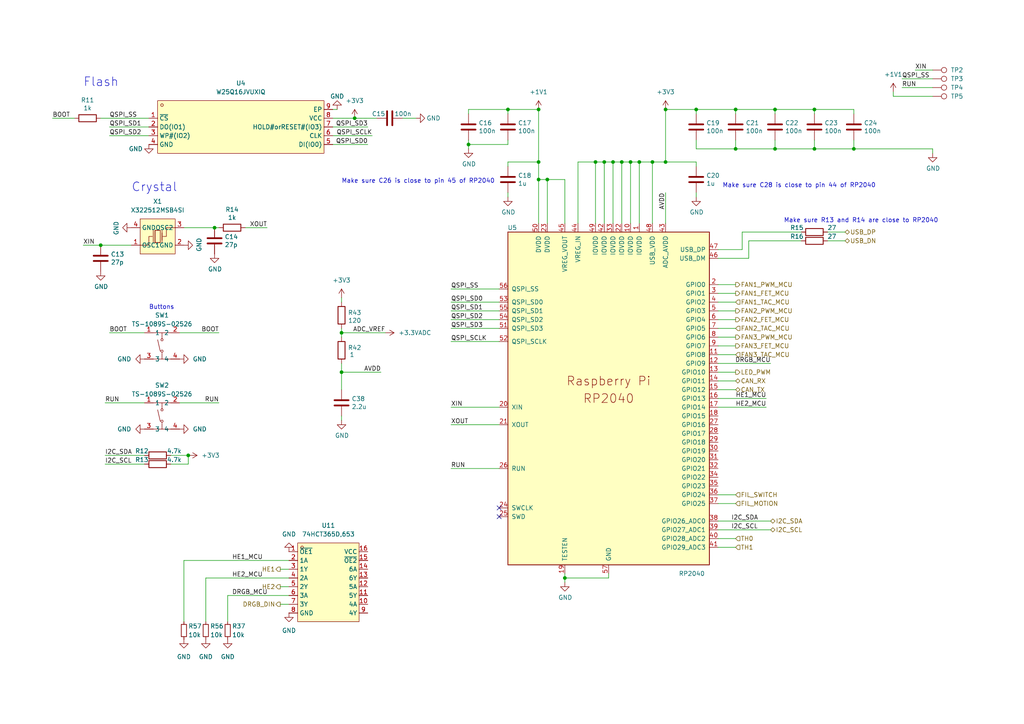
<source format=kicad_sch>
(kicad_sch (version 20250114) (generator "eeschema") (generator_version "9.0")
  (paper "A4")
  (lib_symbols
    (symbol "Connector:TestPoint" (pin_numbers (hide yes)) (pin_names (offset 0.762) (hide yes))
      (property "Reference" "TP" (at 0 6.858 0))
      (property "Value" "TestPoint" (at 0 5.08 0))
      (symbol "TestPoint_0_1"
        (circle (center 0 3.302) (radius 0.762))
      )
      (symbol "TestPoint_1_1"
        (pin passive line (at 0 0 90) (length 2.54) (name "1") (number "1"))
      )
    )
    (symbol "Device:C" (pin_numbers (hide yes)) (pin_names (offset 0.254))
      (property "Reference" "C" (at 0.635 2.54 0))
      (property "Value" "C" (at 0.635 -2.54 0))
      (symbol "C_0_1"
        (polyline (pts (xy -2.032 0.762) (xy 2.032 0.762)) (stroke (width 0.508)))
        (polyline (pts (xy -2.032 -0.762) (xy 2.032 -0.762)) (stroke (width 0.508)))
      )
      (symbol "C_1_1"
        (pin passive line (at 0 3.81 270) (length 2.794) (name "~") (number "1"))
        (pin passive line (at 0 -3.81 90) (length 2.794) (name "~") (number "2"))
      )
    )
    (symbol "Device:R" (pin_numbers (hide yes)) (pin_names (offset 0))
      (property "Reference" "R" (at 2.032 0 90))
      (property "Value" "R" (at 0 0 90))
      (symbol "R_0_1"
        (rectangle (start -1.016 -2.54) (end 1.016 2.54) (stroke (width 0.254)))
      )
      (symbol "R_1_1"
        (pin passive line (at 0 3.81 270) (length 1.27) (name "~") (number "1"))
        (pin passive line (at 0 -3.81 90) (length 1.27) (name "~") (number "2"))
      )
    )
    (symbol "Device:R_Small" (pin_numbers (hide yes)) (pin_names (offset 0.254) (hide yes))
      (property "Reference" "R" (at 0.762 0.508 0))
      (property "Value" "R_Small" (at 0.762 -1.016 0))
      (symbol "R_Small_0_1"
        (rectangle (start -0.762 1.778) (end 0.762 -1.778) (stroke (width 0.2032)))
      )
      (symbol "R_Small_1_1"
        (pin passive line (at 0 2.54 270) (length 0.762) (name "~") (number "1"))
        (pin passive line (at 0 -2.54 90) (length 0.762) (name "~") (number "2"))
      )
    )
    (symbol "GND_1" (power) (pin_numbers (hide yes)) (pin_names (offset 0) (hide yes))
      (property "Value" "GND" (at 0 -3.81 0))
      (symbol "GND_1_0_1"
        (polyline (pts (xy 0 0) (xy 0 -1.27) (xy 1.27 -1.27) (xy 0 -2.54) (xy -1.27 -1.27) (xy 0 -1.27)))
      )
      (symbol "GND_1_1_1"
        (pin power_in line (at 0 0 270) (length 0) (name "~") (number "1"))
      )
    )
    (symbol "LCSC:TS-1089S-02526"
      (property "Reference" "SW" (at 0 7.62 0))
      (property "Value" "TS-1089S-02526" (at 0 -10.16 0))
      (symbol "TS-1089S-02526_0_1"
        (polyline (pts (xy -2.54 2.54) (xy 2.54 2.54)))
        (polyline (pts (xy -2.54 -5.08) (xy 2.54 -5.08)))
        (polyline (pts (xy -0.51 -2.79) (xy -1.27 0.51)))
        (polyline (pts (xy 0 0.76) (xy 0 2.54)))
        (circle (center 0 0.51) (radius 0.32))
        (circle (center 0 -2.79) (radius 0.32))
        (polyline (pts (xy 0 -3.3) (xy 0 -5.08)))
        (pin unspecified line (at -5.08 2.54 0) (length 2.54) (name "1") (number "1"))
        (pin unspecified line (at -5.08 -5.08 0) (length 2.54) (name "3") (number "3"))
        (pin unspecified line (at 5.08 2.54 180) (length 2.54) (name "2") (number "2"))
        (pin unspecified line (at 5.08 -5.08 180) (length 2.54) (name "4") (number "4"))
      )
    )
    (symbol "LCSC:W25Q16JVUXIQ"
      (property "Reference" "U" (at 0 11.43 0))
      (property "Value" "W25Q16JVUXIQ" (at 0 -8.89 0))
      (symbol "W25Q16JVUXIQ_0_1"
        (rectangle (start -24.13 8.89) (end 24.13 -6.35) (fill (type background)))
        (circle (center -22.86 7.62) (radius 0.38))
        (pin unspecified line (at -26.67 3.81 0) (length 2.54) (name "~{CS}") (number "1"))
        (pin unspecified line (at -26.67 1.27 0) (length 2.54) (name "DO(IO1)") (number "2"))
        (pin unspecified line (at -26.67 -1.27 0) (length 2.54) (name "WP#(IO2)") (number "3"))
        (pin unspecified line (at -26.67 -3.81 0) (length 2.54) (name "GND") (number "4"))
        (pin unspecified line (at 26.67 6.35 180) (length 2.54) (name "EP") (number "9"))
        (pin unspecified line (at 26.67 3.81 180) (length 2.54) (name "VCC") (number "8"))
        (pin unspecified line (at 26.67 1.27 180) (length 2.54) (name "HOLD#orRESET#(IO3)") (number "7"))
        (pin unspecified line (at 26.67 -1.27 180) (length 2.54) (name "CLK") (number "6"))
        (pin unspecified line (at 26.67 -3.81 180) (length 2.54) (name "DI(IO0)") (number "5"))
      )
    )
    (symbol "LCSC:X322512MSB4SI"
      (property "Reference" "X" (at 0 7.62 0))
      (property "Value" "X322512MSB4SI" (at 0 -7.62 0))
      (symbol "X322512MSB4SI_0_1"
        (rectangle (start -5.08 5.08) (end 5.08 -5.08) (fill (type background)))
        (polyline (pts (xy -5.08 -2.54) (xy -2.54 -2.54) (xy -2.54 0) (xy -1.52 0)))
        (polyline (pts (xy -1.27 -1.02) (xy -1.27 1.02)))
        (polyline (pts (xy -1.27 -1.78) (xy -1.27 1.78)))
        (polyline (pts (xy -0.76 -1.78) (xy -0.76 1.78) (xy 0.76 1.78) (xy 0.76 -1.78)))
        (polyline (pts (xy 0.76 1.78) (xy 0.76 -1.78) (xy -0.76 -1.78) (xy -0.76 1.78) (xy 0.76 1.78)) (fill (type background)))
        (polyline (pts (xy 0.76 -1.78) (xy -0.76 -1.78)))
        (polyline (pts (xy 1.27 -1.02) (xy 1.27 1.02)))
        (polyline (pts (xy 1.27 -1.78) (xy 1.27 1.78)))
        (polyline (pts (xy 5.08 2.54) (xy 2.54 2.54) (xy 2.54 0) (xy 1.52 0)))
        (pin unspecified line (at -7.62 2.54 0) (length 2.54) (name "GND") (number "4"))
        (pin unspecified line (at -7.62 -2.54 0) (length 2.54) (name "OSC1") (number "1"))
        (pin unspecified line (at 7.62 2.54 180) (length 2.54) (name "OSC2") (number "3"))
        (pin unspecified line (at 7.62 -2.54 180) (length 2.54) (name "GND") (number "2"))
      )
    )
    (symbol "MCU_RaspberryPi_RP2040:RP2040" (pin_names (offset 1.016))
      (property "Reference" "U" (at -29.21 49.53 0))
      (property "Value" "RP2040" (at 24.13 -49.53 0))
      (symbol "RP2040_0_0"
        (text "Raspberry Pi" (at 0 5.08 0) (effects (font (size 2.54 2.54))))
        (text "RP2040" (at 0 0 0) (effects (font (size 2.54 2.54))))
      )
      (symbol "RP2040_0_1"
        (rectangle (start 29.21 48.26) (end -29.21 -48.26) (stroke (width 0.254)) (fill (type background)))
      )
      (symbol "RP2040_1_1"
        (pin bidirectional line (at -31.75 31.75 0) (length 2.54) (name "QSPI_SS") (number "56"))
        (pin bidirectional line (at -31.75 27.94 0) (length 2.54) (name "QSPI_SD0") (number "53"))
        (pin bidirectional line (at -31.75 25.4 0) (length 2.54) (name "QSPI_SD1") (number "55"))
        (pin bidirectional line (at -31.75 22.86 0) (length 2.54) (name "QSPI_SD2") (number "54"))
        (pin bidirectional line (at -31.75 20.32 0) (length 2.54) (name "QSPI_SD3") (number "51"))
        (pin output line (at -31.75 16.51 0) (length 2.54) (name "QSPI_SCLK") (number "52"))
        (pin input line (at -31.75 -2.54 0) (length 2.54) (name "XIN") (number "20"))
        (pin passive line (at -31.75 -7.62 0) (length 2.54) (name "XOUT") (number "21"))
        (pin input line (at -31.75 -20.32 0) (length 2.54) (name "RUN") (number "26"))
        (pin output line (at -31.75 -31.75 0) (length 2.54) (name "SWCLK") (number "24"))
        (pin bidirectional line (at -31.75 -34.29 0) (length 2.54) (name "SWD") (number "25"))
        (pin power_in line (at -20.32 50.8 270) (length 2.54) (name "DVDD") (number "50"))
        (pin power_in line (at -17.78 50.8 270) (length 2.54) (name "DVDD") (number "23"))
        (pin power_out line (at -12.7 50.8 270) (length 2.54) (name "VREG_VOUT") (number "45"))
        (pin passive line (at -12.7 -50.8 90) (length 2.54) (name "TESTEN") (number "19"))
        (pin power_in line (at -8.89 50.8 270) (length 2.54) (name "VREG_IN") (number "44"))
        (pin power_in line (at -3.81 50.8 270) (length 2.54) (name "IOVDD") (number "49"))
        (pin power_in line (at -1.27 50.8 270) (length 2.54) (name "IOVDD") (number "42"))
        (pin power_in line (at 0 -50.8 90) (length 2.54) (name "GND") (number "57"))
        (pin power_in line (at 1.27 50.8 270) (length 2.54) (name "IOVDD") (number "33"))
        (pin power_in line (at 3.81 50.8 270) (length 2.54) (name "IOVDD") (number "22"))
        (pin power_in line (at 6.35 50.8 270) (length 2.54) (name "IOVDD") (number "10"))
        (pin power_in line (at 8.89 50.8 270) (length 2.54) (name "IOVDD") (number "1"))
        (pin power_in line (at 12.7 50.8 270) (length 2.54) (name "USB_VDD") (number "48"))
        (pin power_in line (at 16.51 50.8 270) (length 2.54) (name "ADC_AVDD") (number "43"))
        (pin bidirectional line (at 31.75 43.18 180) (length 2.54) (name "USB_DP") (number "47"))
        (pin bidirectional line (at 31.75 40.64 180) (length 2.54) (name "USB_DM") (number "46"))
        (pin bidirectional line (at 31.75 33.02 180) (length 2.54) (name "GPIO0") (number "2"))
        (pin bidirectional line (at 31.75 30.48 180) (length 2.54) (name "GPIO1") (number "3"))
        (pin bidirectional line (at 31.75 27.94 180) (length 2.54) (name "GPIO2") (number "4"))
        (pin bidirectional line (at 31.75 25.4 180) (length 2.54) (name "GPIO3") (number "5"))
        (pin bidirectional line (at 31.75 22.86 180) (length 2.54) (name "GPIO4") (number "6"))
        (pin bidirectional line (at 31.75 20.32 180) (length 2.54) (name "GPIO5") (number "7"))
        (pin bidirectional line (at 31.75 17.78 180) (length 2.54) (name "GPIO6") (number "8"))
        (pin bidirectional line (at 31.75 15.24 180) (length 2.54) (name "GPIO7") (number "9"))
        (pin bidirectional line (at 31.75 12.7 180) (length 2.54) (name "GPIO8") (number "11"))
        (pin bidirectional line (at 31.75 10.16 180) (length 2.54) (name "GPIO9") (number "12"))
        (pin bidirectional line (at 31.75 7.62 180) (length 2.54) (name "GPIO10") (number "13"))
        (pin bidirectional line (at 31.75 5.08 180) (length 2.54) (name "GPIO11") (number "14"))
        (pin bidirectional line (at 31.75 2.54 180) (length 2.54) (name "GPIO12") (number "15"))
        (pin bidirectional line (at 31.75 0 180) (length 2.54) (name "GPIO13") (number "16"))
        (pin bidirectional line (at 31.75 -2.54 180) (length 2.54) (name "GPIO14") (number "17"))
        (pin bidirectional line (at 31.75 -5.08 180) (length 2.54) (name "GPIO15") (number "18"))
        (pin bidirectional line (at 31.75 -7.62 180) (length 2.54) (name "GPIO16") (number "27"))
        (pin bidirectional line (at 31.75 -10.16 180) (length 2.54) (name "GPIO17") (number "28"))
        (pin bidirectional line (at 31.75 -12.7 180) (length 2.54) (name "GPIO18") (number "29"))
        (pin bidirectional line (at 31.75 -15.24 180) (length 2.54) (name "GPIO19") (number "30"))
        (pin bidirectional line (at 31.75 -17.78 180) (length 2.54) (name "GPIO20") (number "31"))
        (pin bidirectional line (at 31.75 -20.32 180) (length 2.54) (name "GPIO21") (number "32"))
        (pin bidirectional line (at 31.75 -22.86 180) (length 2.54) (name "GPIO22") (number "34"))
        (pin bidirectional line (at 31.75 -25.4 180) (length 2.54) (name "GPIO23") (number "35"))
        (pin bidirectional line (at 31.75 -27.94 180) (length 2.54) (name "GPIO24") (number "36"))
        (pin bidirectional line (at 31.75 -30.48 180) (length 2.54) (name "GPIO25") (number "37"))
        (pin bidirectional line (at 31.75 -35.56 180) (length 2.54) (name "GPIO26_ADC0") (number "38"))
        (pin bidirectional line (at 31.75 -38.1 180) (length 2.54) (name "GPIO27_ADC1") (number "39"))
        (pin bidirectional line (at 31.75 -40.64 180) (length 2.54) (name "GPIO28_ADC2") (number "40"))
        (pin bidirectional line (at 31.75 -43.18 180) (length 2.54) (name "GPIO29_ADC3") (number "41"))
      )
    )
    (symbol "easyeda2kicad:74HCT365D,653"
      (property "Reference" "U" (at 0 13.97 0))
      (property "Value" "74HCT365D,653" (at 0 -13.97 0))
      (symbol "74HCT365D,653_0_1"
        (rectangle (start -8.89 11.43) (end 8.89 -11.43) (fill (type background)))
        (circle (center -7.62 10.16) (radius 0.38))
        (pin unspecified line (at -11.43 8.89 0) (length 2.54) (name "~{OE1}") (number "1"))
        (pin unspecified line (at -11.43 6.35 0) (length 2.54) (name "1A") (number "2"))
        (pin unspecified line (at -11.43 3.81 0) (length 2.54) (name "1Y") (number "3"))
        (pin unspecified line (at -11.43 1.27 0) (length 2.54) (name "2A") (number "4"))
        (pin unspecified line (at -11.43 -1.27 0) (length 2.54) (name "2Y") (number "5"))
        (pin unspecified line (at -11.43 -3.81 0) (length 2.54) (name "3A") (number "6"))
        (pin unspecified line (at -11.43 -6.35 0) (length 2.54) (name "3Y") (number "7"))
        (pin unspecified line (at -11.43 -8.89 0) (length 2.54) (name "GND") (number "8"))
        (pin unspecified line (at 11.43 8.89 180) (length 2.54) (name "VCC") (number "16"))
        (pin unspecified line (at 11.43 6.35 180) (length 2.54) (name "~{OE2}") (number "15"))
        (pin unspecified line (at 11.43 3.81 180) (length 2.54) (name "6A") (number "14"))
        (pin unspecified line (at 11.43 1.27 180) (length 2.54) (name "6Y") (number "13"))
        (pin unspecified line (at 11.43 -1.27 180) (length 2.54) (name "5A") (number "12"))
        (pin unspecified line (at 11.43 -3.81 180) (length 2.54) (name "5Y") (number "11"))
        (pin unspecified line (at 11.43 -6.35 180) (length 2.54) (name "4A") (number "10"))
        (pin unspecified line (at 11.43 -8.89 180) (length 2.54) (name "4Y") (number "9"))
      )
    )
    (symbol "power:+1V1" (power) (pin_names (offset 0))
      (property "Value" "+1V1" (at 0 3.556 0))
      (symbol "+1V1_0_1"
        (polyline (pts (xy -0.762 1.27) (xy 0 2.54)))
        (polyline (pts (xy 0 2.54) (xy 0.762 1.27)))
        (polyline (pts (xy 0 0) (xy 0 2.54)))
      )
      (symbol "+1V1_1_1"
        (pin power_in line (at 0 0 90) (length 0) (hide yes) (name "+1V1") (number "1"))
      )
    )
    (symbol "power:+3.3VADC" (power) (pin_numbers (hide yes)) (pin_names (offset 0) (hide yes))
      (property "Value" "+3.3VADC" (at 0 3.556 0))
      (symbol "+3.3VADC_0_0"
        (pin power_in line (at 0 0 90) (length 0) (name "~") (number "1"))
      )
      (symbol "+3.3VADC_0_1"
        (polyline (pts (xy -0.762 1.27) (xy 0 2.54)))
        (polyline (pts (xy 0 2.54) (xy 0.762 1.27)))
        (polyline (pts (xy 0 0) (xy 0 2.54)))
      )
    )
    (symbol "power:+3V3" (power) (pin_names (offset 0))
      (property "Value" "+3V3" (at 0 3.556 0))
      (symbol "+3V3_0_1"
        (polyline (pts (xy -0.762 1.27) (xy 0 2.54)))
        (polyline (pts (xy 0 2.54) (xy 0.762 1.27)))
        (polyline (pts (xy 0 0) (xy 0 2.54)))
      )
      (symbol "+3V3_1_1"
        (pin power_in line (at 0 0 90) (length 0) (hide yes) (name "+3V3") (number "1"))
      )
    )
    (symbol "power:GND" (power) (pin_names (offset 0))
      (property "Value" "GND" (at 0 -3.81 0))
      (symbol "GND_0_1"
        (polyline (pts (xy 0 0) (xy 0 -1.27) (xy 1.27 -1.27) (xy 0 -2.54) (xy -1.27 -1.27) (xy 0 -1.27)))
      )
      (symbol "GND_1_1"
        (pin power_in line (at 0 0 270) (length 0) (hide yes) (name "GND") (number "1"))
      )
    )
  )
  (text "Make sure R13 and R14 are close to RP2040" (at 227.33 64.77 0) (effects (font (size 1.27 1.27)) (justify left bottom)))
  (text "Buttons" (at 43.18 89.916 0) (effects (font (size 1.27 1.27)) (justify left bottom)))
  (text "Flash" (at 24.13 25.4 0) (effects (font (size 2.54 2.54)) (justify left bottom)))
  (text "Make sure C28 is close to pin 44 of RP2040" (at 209.55 54.61 0) (effects (font (size 1.27 1.27)) (justify left bottom)))
  (text "Make sure C26 is close to pin 45 of RP2040" (at 99.06 53.34 0) (effects (font (size 1.27 1.27)) (justify left bottom)))
  (text "Crystal" (at 38.1 55.88 0) (effects (font (size 2.54 2.54)) (justify left bottom)))
  (junction (at 182.88 46.99))
  (junction (at 147.32 31.75))
  (junction (at 156.21 52.07))
  (junction (at 189.23 46.99))
  (junction (at 177.8 46.99))
  (junction (at 99.06 107.95))
  (junction (at 224.79 43.18))
  (junction (at 236.22 31.75))
  (junction (at 158.75 52.07))
  (junction (at 224.79 31.75))
  (junction (at 135.89 41.91))
  (junction (at 201.93 31.75))
  (junction (at 247.65 43.18))
  (junction (at 156.21 46.99))
  (junction (at 54.61 132.08))
  (junction (at 213.36 31.75))
  (junction (at 185.42 46.99))
  (junction (at 180.34 46.99))
  (junction (at 156.21 31.75))
  (junction (at 172.72 46.99))
  (junction (at 99.06 96.52))
  (junction (at 62.23 66.04))
  (junction (at 102.87 34.29))
  (junction (at 193.04 46.99))
  (junction (at 213.36 43.18))
  (junction (at 193.04 31.75))
  (junction (at 29.21 71.12))
  (junction (at 236.22 43.18))
  (junction (at 175.26 46.99))
  (junction (at 163.83 167.64))
  (no_connect (at 144.78 149.86))
  (no_connect (at 144.78 147.32))
  (wire (pts (xy 167.64 64.77) (xy 167.64 46.99)))
  (wire (pts (xy 201.93 40.64) (xy 201.93 43.18)))
  (wire (pts (xy 208.28 151.13) (xy 223.52 151.13)))
  (wire (pts (xy 135.89 33.02) (xy 135.89 31.75)))
  (wire (pts (xy 147.32 46.99) (xy 156.21 46.99)))
  (wire (pts (xy 208.28 143.51) (xy 213.36 143.51)))
  (wire (pts (xy 201.93 55.88) (xy 201.93 57.15)))
  (wire (pts (xy 163.83 167.64) (xy 163.83 168.91)))
  (wire (pts (xy 247.65 33.02) (xy 247.65 31.75)))
  (wire (pts (xy 213.36 40.64) (xy 213.36 43.18)))
  (wire (pts (xy 208.28 82.55) (xy 213.36 82.55)))
  (wire (pts (xy 193.04 55.88) (xy 193.04 64.77)))
  (wire (pts (xy 158.75 64.77) (xy 158.75 52.07)))
  (wire (pts (xy 208.28 87.63) (xy 213.36 87.63)))
  (wire (pts (xy 167.64 46.99) (xy 172.72 46.99)))
  (wire (pts (xy 31.75 36.83) (xy 43.18 36.83)))
  (wire (pts (xy 99.06 97.79) (xy 99.06 96.52)))
  (wire (pts (xy 217.17 69.85) (xy 217.17 74.93)))
  (wire (pts (xy 180.34 46.99) (xy 180.34 64.77)))
  (wire (pts (xy 240.03 69.85) (xy 245.11 69.85)))
  (wire (pts (xy 66.04 180.34) (xy 66.04 172.72)))
  (wire (pts (xy 156.21 52.07) (xy 156.21 64.77)))
  (wire (pts (xy 177.8 46.99) (xy 180.34 46.99)))
  (wire (pts (xy 96.52 36.83) (xy 106.68 36.83)))
  (wire (pts (xy 99.06 107.95) (xy 99.06 113.03)))
  (wire (pts (xy 147.32 41.91) (xy 147.32 40.64)))
  (wire (pts (xy 185.42 46.99) (xy 189.23 46.99)))
  (wire (pts (xy 208.28 105.41) (xy 223.52 105.41)))
  (wire (pts (xy 224.79 40.64) (xy 224.79 43.18)))
  (wire (pts (xy 49.53 134.62) (xy 54.61 134.62)))
  (wire (pts (xy 96.52 31.75) (xy 97.79 31.75)))
  (wire (pts (xy 130.81 95.25) (xy 144.78 95.25)))
  (wire (pts (xy 52.07 96.52) (xy 63.5 96.52)))
  (wire (pts (xy 175.26 46.99) (xy 177.8 46.99)))
  (wire (pts (xy 66.04 172.72) (xy 83.82 172.72)))
  (wire (pts (xy 193.04 31.75) (xy 201.93 31.75)))
  (wire (pts (xy 208.28 97.79) (xy 213.36 97.79)))
  (wire (pts (xy 176.53 167.64) (xy 163.83 167.64)))
  (wire (pts (xy 224.79 31.75) (xy 236.22 31.75)))
  (wire (pts (xy 217.17 74.93) (xy 208.28 74.93)))
  (wire (pts (xy 135.89 41.91) (xy 135.89 43.18)))
  (wire (pts (xy 201.93 31.75) (xy 213.36 31.75)))
  (wire (pts (xy 182.88 46.99) (xy 182.88 64.77)))
  (wire (pts (xy 158.75 52.07) (xy 156.21 52.07)))
  (wire (pts (xy 31.75 96.52) (xy 41.91 96.52)))
  (wire (pts (xy 180.34 46.99) (xy 182.88 46.99)))
  (wire (pts (xy 156.21 46.99) (xy 156.21 52.07)))
  (wire (pts (xy 147.32 55.88) (xy 147.32 57.15)))
  (wire (pts (xy 53.34 180.34) (xy 53.34 162.56)))
  (wire (pts (xy 193.04 31.75) (xy 193.04 46.99)))
  (wire (pts (xy 62.23 66.04) (xy 63.5 66.04)))
  (wire (pts (xy 208.28 90.17) (xy 213.36 90.17)))
  (wire (pts (xy 224.79 43.18) (xy 213.36 43.18)))
  (wire (pts (xy 261.62 25.4) (xy 270.51 25.4)))
  (wire (pts (xy 144.78 99.06) (xy 130.81 99.06)))
  (wire (pts (xy 177.8 46.99) (xy 177.8 64.77)))
  (wire (pts (xy 208.28 156.21) (xy 213.36 156.21)))
  (wire (pts (xy 172.72 46.99) (xy 175.26 46.99)))
  (wire (pts (xy 208.28 113.03) (xy 213.36 113.03)))
  (wire (pts (xy 163.83 64.77) (xy 163.83 52.07)))
  (wire (pts (xy 24.13 71.12) (xy 29.21 71.12)))
  (wire (pts (xy 116.84 34.29) (xy 120.65 34.29)))
  (wire (pts (xy 265.43 20.32) (xy 270.51 20.32)))
  (wire (pts (xy 144.78 123.19) (xy 130.81 123.19)))
  (wire (pts (xy 31.75 39.37) (xy 43.18 39.37)))
  (wire (pts (xy 215.265 67.31) (xy 215.265 72.39)))
  (wire (pts (xy 30.48 132.08) (xy 41.91 132.08)))
  (wire (pts (xy 217.17 69.85) (xy 232.41 69.85)))
  (wire (pts (xy 30.48 116.84) (xy 41.91 116.84)))
  (wire (pts (xy 52.07 116.84) (xy 63.5 116.84)))
  (wire (pts (xy 147.32 33.02) (xy 147.32 31.75)))
  (wire (pts (xy 99.06 107.95) (xy 110.49 107.95)))
  (wire (pts (xy 135.89 40.64) (xy 135.89 41.91)))
  (wire (pts (xy 208.28 107.95) (xy 213.36 107.95)))
  (wire (pts (xy 189.23 46.99) (xy 193.04 46.99)))
  (wire (pts (xy 81.28 175.26) (xy 83.82 175.26)))
  (wire (pts (xy 21.59 34.29) (xy 15.24 34.29)))
  (wire (pts (xy 147.32 31.75) (xy 156.21 31.75)))
  (wire (pts (xy 224.79 33.02) (xy 224.79 31.75)))
  (wire (pts (xy 236.22 31.75) (xy 247.65 31.75)))
  (wire (pts (xy 182.88 46.99) (xy 185.42 46.99)))
  (wire (pts (xy 81.28 170.18) (xy 83.82 170.18)))
  (wire (pts (xy 147.32 48.26) (xy 147.32 46.99)))
  (wire (pts (xy 59.69 167.64) (xy 83.82 167.64)))
  (wire (pts (xy 53.34 162.56) (xy 83.82 162.56)))
  (wire (pts (xy 30.48 134.62) (xy 41.91 134.62)))
  (wire (pts (xy 163.83 52.07) (xy 158.75 52.07)))
  (wire (pts (xy 208.28 72.39) (xy 215.265 72.39)))
  (wire (pts (xy 135.89 41.91) (xy 147.32 41.91)))
  (wire (pts (xy 130.81 87.63) (xy 144.78 87.63)))
  (wire (pts (xy 99.06 105.41) (xy 99.06 107.95)))
  (wire (pts (xy 213.36 43.18) (xy 201.93 43.18)))
  (wire (pts (xy 130.81 90.17) (xy 144.78 90.17)))
  (wire (pts (xy 259.08 27.94) (xy 270.51 27.94)))
  (wire (pts (xy 259.08 26.67) (xy 259.08 27.94)))
  (wire (pts (xy 189.23 46.99) (xy 189.23 64.77)))
  (wire (pts (xy 102.87 34.29) (xy 109.22 34.29)))
  (wire (pts (xy 213.36 33.02) (xy 213.36 31.75)))
  (wire (pts (xy 247.65 43.18) (xy 236.22 43.18)))
  (wire (pts (xy 71.12 66.04) (xy 77.47 66.04)))
  (wire (pts (xy 236.22 40.64) (xy 236.22 43.18)))
  (wire (pts (xy 54.61 134.62) (xy 54.61 132.08)))
  (wire (pts (xy 156.21 31.75) (xy 156.21 46.99)))
  (wire (pts (xy 130.81 92.71) (xy 144.78 92.71)))
  (wire (pts (xy 201.93 33.02) (xy 201.93 31.75)))
  (wire (pts (xy 208.28 102.87) (xy 213.36 102.87)))
  (wire (pts (xy 208.28 118.11) (xy 222.25 118.11)))
  (wire (pts (xy 175.26 46.99) (xy 175.26 64.77)))
  (wire (pts (xy 81.28 165.1) (xy 83.82 165.1)))
  (wire (pts (xy 144.78 135.89) (xy 130.81 135.89)))
  (wire (pts (xy 208.28 146.05) (xy 213.36 146.05)))
  (wire (pts (xy 201.93 48.26) (xy 201.93 46.99)))
  (wire (pts (xy 208.28 115.57) (xy 222.25 115.57)))
  (wire (pts (xy 270.51 43.18) (xy 270.51 44.45)))
  (wire (pts (xy 208.28 110.49) (xy 213.36 110.49)))
  (wire (pts (xy 208.28 153.67) (xy 223.52 153.67)))
  (wire (pts (xy 193.04 46.99) (xy 201.93 46.99)))
  (wire (pts (xy 96.52 34.29) (xy 102.87 34.29)))
  (wire (pts (xy 144.78 83.82) (xy 130.81 83.82)))
  (wire (pts (xy 59.69 167.64) (xy 59.69 180.34)))
  (wire (pts (xy 208.28 100.33) (xy 213.36 100.33)))
  (wire (pts (xy 99.06 96.52) (xy 111.76 96.52)))
  (wire (pts (xy 270.51 22.86) (xy 261.62 22.86)))
  (wire (pts (xy 215.265 67.31) (xy 232.41 67.31)))
  (wire (pts (xy 236.22 43.18) (xy 224.79 43.18)))
  (wire (pts (xy 53.34 66.04) (xy 62.23 66.04)))
  (wire (pts (xy 49.53 132.08) (xy 54.61 132.08)))
  (wire (pts (xy 208.28 158.75) (xy 213.36 158.75)))
  (wire (pts (xy 185.42 46.99) (xy 185.42 64.77)))
  (wire (pts (xy 208.28 92.71) (xy 213.36 92.71)))
  (wire (pts (xy 99.06 120.65) (xy 99.06 121.92)))
  (wire (pts (xy 208.28 95.25) (xy 213.36 95.25)))
  (wire (pts (xy 96.52 39.37) (xy 107.95 39.37)))
  (wire (pts (xy 29.21 71.12) (xy 38.1 71.12)))
  (wire (pts (xy 99.06 95.25) (xy 99.06 96.52)))
  (wire (pts (xy 176.53 166.37) (xy 176.53 167.64)))
  (wire (pts (xy 247.65 40.64) (xy 247.65 43.18)))
  (wire (pts (xy 236.22 33.02) (xy 236.22 31.75)))
  (wire (pts (xy 29.21 34.29) (xy 43.18 34.29)))
  (wire (pts (xy 96.52 41.91) (xy 106.68 41.91)))
  (wire (pts (xy 130.81 118.11) (xy 144.78 118.11)))
  (wire (pts (xy 99.06 86.36) (xy 99.06 87.63)))
  (wire (pts (xy 213.36 31.75) (xy 224.79 31.75)))
  (wire (pts (xy 240.03 67.31) (xy 245.11 67.31)))
  (wire (pts (xy 163.83 166.37) (xy 163.83 167.64)))
  (wire (pts (xy 172.72 46.99) (xy 172.72 64.77)))
  (wire (pts (xy 208.28 85.09) (xy 213.36 85.09)))
  (wire (pts (xy 247.65 43.18) (xy 270.51 43.18)))
  (wire (pts (xy 135.89 31.75) (xy 147.32 31.75)))
  (label "DRGB_MCU" (at 223.52 105.41 180))
  (label "HE2_MCU" (at 222.25 118.11 180))
  (label "QSPI_SD3" (at 106.68 36.83 180))
  (label "RUN" (at 30.48 116.84 0))
  (label "XOUT" (at 130.81 123.19 0))
  (label "I2C_SDA" (at 30.48 132.08 0))
  (label "QSPI_SCLK" (at 107.95 39.37 180))
  (label "BOOT" (at 31.75 96.52 0))
  (label "HE2_MCU" (at 67.31 167.64 0))
  (label "XIN" (at 130.81 118.11 0))
  (label "RUN" (at 261.62 25.4 0))
  (label "XIN" (at 265.43 20.32 0))
  (label "QSPI_SCLK" (at 130.81 99.06 0))
  (label "ADC_VREF" (at 111.76 96.52 180))
  (label "QSPI_SS" (at 130.81 83.82 0))
  (label "RUN" (at 130.81 135.89 0))
  (label "DRGB_MCU" (at 67.31 172.72 0))
  (label "I2C_SDA" (at 212.09 151.13 0))
  (label "RUN" (at 63.5 116.84 180))
  (label "HE1_MCU" (at 67.31 162.56 0))
  (label "QSPI_SD2" (at 130.81 92.71 0))
  (label "XOUT" (at 77.47 66.04 180))
  (label "XIN" (at 24.13 71.12 0))
  (label "BOOT" (at 15.24 34.29 0))
  (label "QSPI_SD2" (at 31.75 39.37 0))
  (label "HE1_MCU" (at 222.25 115.57 180))
  (label "QSPI_SS" (at 31.75 34.29 0))
  (label "AVDD" (at 193.04 55.88 270))
  (label "QSPI_SD0" (at 130.81 87.63 0))
  (label "AVDD" (at 110.49 107.95 180))
  (label "I2C_SCL" (at 30.48 134.62 0))
  (label "QSPI_SD3" (at 130.81 95.25 0))
  (label "QSPI_SD0" (at 106.68 41.91 180))
  (label "QSPI_SS" (at 261.62 22.86 0))
  (label "QSPI_SD1" (at 31.75 36.83 0))
  (label "QSPI_SD1" (at 130.81 90.17 0))
  (label "BOOT" (at 63.5 96.52 180))
  (label "I2C_SCL" (at 212.09 153.67 0))
  (hierarchical_label "USB_DP" (shape bidirectional) (at 245.11 67.31 0))
  (hierarchical_label "TH0" (shape input) (at 213.36 156.21 0))
  (hierarchical_label "FAN2_TAC_MCU" (shape input) (at 213.36 95.25 0))
  (hierarchical_label "FAN3_PWM_MCU" (shape output) (at 213.36 97.79 0))
  (hierarchical_label "DRGB_DIN" (shape output) (at 81.28 175.26 180))
  (hierarchical_label "FAN2_PWM_MCU" (shape output) (at 213.36 90.17 0))
  (hierarchical_label "FAN1_TAC_MCU" (shape input) (at 213.36 87.63 0))
  (hierarchical_label "HE1" (shape output) (at 81.28 165.1 180))
  (hierarchical_label "FAN3_TAC_MCU" (shape input) (at 213.36 102.87 0))
  (hierarchical_label "FIL_SWITCH" (shape input) (at 213.36 143.51 0))
  (hierarchical_label "USB_DN" (shape bidirectional) (at 245.11 69.85 0))
  (hierarchical_label "TH1" (shape input) (at 213.36 158.75 0))
  (hierarchical_label "FAN3_FET_MCU" (shape output) (at 213.36 100.33 0))
  (hierarchical_label "FAN1_FET_MCU" (shape output) (at 213.36 85.09 0))
  (hierarchical_label "CAN_RX" (shape bidirectional) (at 213.36 110.49 0))
  (hierarchical_label "HE2" (shape output) (at 81.28 170.18 180))
  (hierarchical_label "FAN1_PWM_MCU" (shape output) (at 213.36 82.55 0))
  (hierarchical_label "FAN2_FET_MCU" (shape output) (at 213.36 92.71 0))
  (hierarchical_label "LED_PWM" (shape output) (at 213.36 107.95 0))
  (hierarchical_label "I2C_SCL" (shape bidirectional) (at 223.52 153.67 0))
  (hierarchical_label "I2C_SDA" (shape bidirectional) (at 223.52 151.13 0))
  (hierarchical_label "CAN_TX" (shape bidirectional) (at 213.36 113.03 0))
  (hierarchical_label "FIL_MOTION" (shape input) (at 213.36 146.05 0))
  (symbol (lib_id "power:GND") (at 99.06 121.92 0) (unit 1)
    (property "Reference" "#PWR0113" (effects (hide yes)))
    (property "Value" "GND" (at 99.187 126.3142 0))
  )
  (symbol (lib_id "power:GND") (at 163.83 168.91 0) (unit 1)
    (property "Reference" "#PWR049" (effects (hide yes)))
    (property "Value" "GND" (at 163.957 173.3042 0))
  )
  (symbol (lib_id "power:GND") (at 41.91 104.14 270) (unit 1)
    (property "Reference" "#PWR035" (effects (hide yes)))
    (property "Value" "GND" (at 38.1 104.1399 90) (effects (justify right)))
  )
  (symbol (lib_id "power:GND") (at 147.32 57.15 0) (unit 1)
    (property "Reference" "#PWR047" (effects (hide yes)))
    (property "Value" "GND" (at 147.447 61.5442 0))
  )
  (symbol (lib_id "LCSC:W25Q16JVUXIQ") (at 69.85 38.1 0) (unit 1)
    (property "Reference" "U4" (at 69.85 24.13 0))
    (property "Value" "W25Q16JVUXIQ" (at 69.85 26.67 0))
    (property "Footprint" "Package_SON:Winbond_USON-8-1EP_3x2mm_P0.5mm_EP0.2x1.6mm" (effects (hide yes)))
    (property "LCSC Part" "C2843335" (effects (hide yes)))
  )
  (symbol (lib_id "power:+3V3") (at 99.06 86.36 0) (unit 1)
    (property "Reference" "#PWR0112" (effects (hide yes)))
    (property "Value" "+3V3" (at 99.06 81.28 0))
  )
  (symbol (lib_id "Device:C") (at 62.23 69.85 0) (unit 1)
    (property "Reference" "C14" (at 65.151 68.6816 0) (effects (justify left)))
    (property "Value" "27p" (at 65.151 70.993 0) (effects (justify left)))
    (property "Footprint" "Capacitor_SMD:C_0402_1005Metric" (effects (hide yes)))
  )
  (symbol (lib_id "Connector:TestPoint") (at 270.51 25.4 270) (unit 1) (in_bom no)
    (property "Reference" "TP4" (at 279.4 25.4 90) (effects (justify right)))
    (property "Value" "TestPoint" (effects (hide yes)))
    (property "Footprint" "SelfMadeStuff:TestPoint_Pad_D0.7mm" (effects (hide yes)))
  )
  (symbol (lib_id "power:GND") (at 120.65 34.29 90) (unit 1)
    (property "Reference" "#PWR045" (effects (hide yes)))
    (property "Value" "GND" (at 125.73 34.29 90))
  )
  (symbol (lib_id "Connector:TestPoint") (at 270.51 27.94 270) (unit 1) (in_bom no)
    (property "Reference" "TP5" (at 279.4 27.94 90) (effects (justify right)))
    (property "Value" "TestPoint" (effects (hide yes)))
    (property "Footprint" "SelfMadeStuff:TestPoint_Pad_D0.7mm" (effects (hide yes)))
  )
  (symbol (lib_id "Device:C") (at 99.06 116.84 0) (unit 1)
    (property "Reference" "C38" (at 101.981 115.6716 0) (effects (justify left)))
    (property "Value" "2.2u" (at 101.981 117.983 0) (effects (justify left)))
    (property "Footprint" "Capacitor_SMD:C_0402_1005Metric" (effects (hide yes)))
  )
  (symbol (lib_id "power:GND") (at 29.21 78.74 0) (unit 1)
    (property "Reference" "#PWR033" (effects (hide yes)))
    (property "Value" "GND" (at 29.337 83.1342 0))
  )
  (symbol (lib_id "Connector:TestPoint") (at 270.51 20.32 270) (unit 1) (in_bom no)
    (property "Reference" "TP2" (at 279.4 20.32 90) (effects (justify right)))
    (property "Value" "TestPoint" (effects (hide yes)))
    (property "Footprint" "SelfMadeStuff:TestPoint_Pad_D0.7mm" (effects (hide yes)))
  )
  (symbol (lib_id "MCU_RaspberryPi_RP2040:RP2040") (at 176.53 115.57 0) (unit 1)
    (property "Reference" "U5" (at 148.59 66.04 0))
    (property "Value" "RP2040" (at 200.66 166.37 0))
    (property "Footprint" "Package_DFN_QFN:QFN-56-1EP_7x7mm_P0.4mm_EP3.2x3.2mm_ThermalVias" (effects (hide yes)))
  )
  (symbol (lib_id "Connector:TestPoint") (at 270.51 22.86 270) (unit 1) (in_bom no)
    (property "Reference" "TP3" (at 279.4 22.86 90) (effects (justify right)))
    (property "Value" "TestPoint" (effects (hide yes)))
    (property "Footprint" "SelfMadeStuff:TestPoint_Pad_D0.7mm" (effects (hide yes)))
  )
  (symbol (lib_id "Device:R") (at 99.06 91.44 0) (unit 1)
    (property "Reference" "R43" (at 102.87 90.678 0))
    (property "Value" "120" (at 102.87 92.964 0))
    (property "Footprint" "Resistor_SMD:R_0603_1608Metric" (effects (hide yes)))
  )
  (symbol (lib_id "Device:C") (at 135.89 36.83 0) (unit 1)
    (property "Reference" "C16" (at 138.811 35.6616 0) (effects (justify left)))
    (property "Value" "100n" (at 138.811 37.973 0) (effects (justify left)))
    (property "Footprint" "Capacitor_SMD:C_0402_1005Metric" (effects (hide yes)))
  )
  (symbol (lib_id "Device:R") (at 236.22 67.31 270) (unit 1)
    (property "Reference" "R15" (at 231.14 66.04 90))
    (property "Value" "27" (at 241.3 66.04 90))
    (property "Footprint" "Resistor_SMD:R_0402_1005Metric" (effects (hide yes)))
  )
  (symbol (lib_id "Device:C") (at 201.93 52.07 0) (unit 1)
    (property "Reference" "C20" (at 204.851 50.9016 0) (effects (justify left)))
    (property "Value" "1u" (at 204.851 53.213 0) (effects (justify left)))
    (property "Footprint" "Capacitor_SMD:C_0402_1005Metric" (effects (hide yes)))
  )
  (symbol (lib_id "power:GND") (at 135.89 43.18 0) (unit 1)
    (property "Reference" "#PWR046" (effects (hide yes)))
    (property "Value" "GND" (at 136.017 47.5742 0))
  )
  (symbol (lib_id "Device:C") (at 247.65 36.83 0) (unit 1)
    (property "Reference" "C24" (at 250.571 35.6616 0) (effects (justify left)))
    (property "Value" "100n" (at 250.571 37.973 0) (effects (justify left)))
    (property "Footprint" "Capacitor_SMD:C_0402_1005Metric" (effects (hide yes)))
  )
  (symbol (lib_id "Device:C") (at 224.79 36.83 0) (unit 1)
    (property "Reference" "C22" (at 227.711 35.6616 0) (effects (justify left)))
    (property "Value" "100n" (at 227.711 37.973 0) (effects (justify left)))
    (property "Footprint" "Capacitor_SMD:C_0402_1005Metric" (effects (hide yes)))
  )
  (symbol (lib_id "power:GND") (at 38.1 66.04 270) (unit 1)
    (property "Reference" "#PWR034" (effects (hide yes)))
    (property "Value" "GND" (at 33.7058 66.167 0))
  )
  (symbol (lib_id "power:GND") (at 62.23 73.66 0) (unit 1)
    (property "Reference" "#PWR042" (effects (hide yes)))
    (property "Value" "GND" (at 62.357 78.0542 0))
  )
  (symbol (lib_id "Device:C") (at 147.32 52.07 0) (unit 1)
    (property "Reference" "C18" (at 150.241 50.9016 0) (effects (justify left)))
    (property "Value" "1u" (at 150.241 53.213 0) (effects (justify left)))
    (property "Footprint" "Capacitor_SMD:C_0402_1005Metric" (effects (hide yes)))
  )
  (symbol (lib_id "Device:R") (at 99.06 101.6 0) (unit 1)
    (property "Reference" "R42" (at 102.87 100.838 0))
    (property "Value" "1" (at 102.108 102.87 0))
    (property "Footprint" "Resistor_SMD:R_0603_1608Metric" (effects (hide yes)))
  )
  (symbol (lib_id "Device:R") (at 236.22 69.85 270) (unit 1)
    (property "Reference" "R16" (at 231.14 68.58 90))
    (property "Value" "27" (at 241.3 68.58 90))
    (property "Footprint" "Resistor_SMD:R_0402_1005Metric" (effects (hide yes)))
  )
  (symbol (lib_name "GND_1") (lib_id "power:GND") (at 66.04 185.42 0) (unit 1)
    (property "Reference" "#PWR097" (effects (hide yes)))
    (property "Value" "GND" (at 66.04 190.5 0))
    (property "Description" "Power symbol creates a global label with name \"GND\" , ground" (effects (hide yes)))
  )
  (symbol (lib_id "power:GND") (at 43.18 41.91 0) (unit 1)
    (property "Reference" "#PWR037" (effects (hide yes)))
    (property "Value" "GND" (at 39.37 43.18 0))
  )
  (symbol (lib_id "easyeda2kicad:74HCT365D,653") (at 95.25 168.91 0) (unit 1)
    (property "Reference" "U11" (at 95.25 152.4 0))
    (property "Value" "74HCT365D,653" (at 95.25 154.94 0))
    (property "Footprint" "easyeda2kicad:SOP-16_L10.0-W3.9-P1.27-LS6.0-BL" (effects (hide yes)))
    (property "Datasheet" "https://lcsc.com/product-detail/presales_Nexperia-74HCT365D-653_C547597.html" (effects (hide yes)))
    (property "LCSC Part" "C547597" (effects (hide yes)))
  )
  (symbol (lib_id "Device:R") (at 25.4 34.29 270) (unit 1)
    (property "Reference" "R11" (at 25.4 29.0322 90))
    (property "Value" "1k" (at 25.4 31.3436 90))
    (property "Footprint" "Resistor_SMD:R_0402_1005Metric" (effects (hide yes)))
  )
  (symbol (lib_name "GND_1") (lib_id "power:GND") (at 59.69 185.42 0) (unit 1)
    (property "Reference" "#PWR0131" (effects (hide yes)))
    (property "Value" "GND" (at 59.69 190.5 0))
    (property "Description" "Power symbol creates a global label with name \"GND\" , ground" (effects (hide yes)))
  )
  (symbol (lib_id "power:+1V1") (at 259.08 26.67 0) (unit 1)
    (property "Reference" "#PWR052" (effects (hide yes)))
    (property "Value" "+1V1" (at 259.08 21.59 0))
  )
  (symbol (lib_id "Device:R") (at 45.72 134.62 270) (unit 1)
    (property "Reference" "R13" (at 41.148 133.35 90))
    (property "Value" "4.7k" (at 50.546 133.35 90))
    (property "Footprint" "Resistor_SMD:R_0402_1005Metric" (effects (hide yes)))
  )
  (symbol (lib_id "Device:R_Small") (at 53.34 182.88 0) (unit 1)
    (property "Reference" "R57" (at 54.61 181.61 0) (effects (justify left)))
    (property "Value" "10k" (at 54.61 184.15 0) (effects (justify left)))
    (property "Footprint" "Resistor_SMD:R_0402_1005Metric" (effects (hide yes)))
  )
  (symbol (lib_id "power:+3.3VADC") (at 111.76 96.52 270) (unit 1)
    (property "Reference" "#PWR0114" (effects (hide yes)))
    (property "Value" "+3.3VADC" (at 115.57 96.5199 90) (effects (justify left)))
    (property "Description" "Power symbol creates a global label with name \"+3.3VADC\"" (effects (hide yes)))
  )
  (symbol (lib_id "power:GND") (at 53.34 71.12 90) (unit 1)
    (property "Reference" "#PWR040" (effects (hide yes)))
    (property "Value" "GND" (at 57.7342 70.993 0))
  )
  (symbol (lib_id "power:GND") (at 52.07 124.46 90) (unit 1)
    (property "Reference" "#PWR039" (effects (hide yes)))
    (property "Value" "GND" (at 55.88 124.4599 90) (effects (justify right)))
  )
  (symbol (lib_id "Device:C") (at 201.93 36.83 0) (unit 1)
    (property "Reference" "C19" (at 204.851 35.6616 0) (effects (justify left)))
    (property "Value" "100n" (at 204.851 37.973 0) (effects (justify left)))
    (property "Footprint" "Capacitor_SMD:C_0402_1005Metric" (effects (hide yes)))
  )
  (symbol (lib_id "Device:R_Small") (at 66.04 182.88 0) (unit 1)
    (property "Reference" "R37" (at 67.31 181.61 0) (effects (justify left)))
    (property "Value" "10k" (at 67.31 184.15 0) (effects (justify left)))
    (property "Footprint" "Resistor_SMD:R_0402_1005Metric" (effects (hide yes)))
  )
  (symbol (lib_id "power:GND") (at 41.91 124.46 270) (unit 1)
    (property "Reference" "#PWR036" (effects (hide yes)))
    (property "Value" "GND" (at 38.1 124.4599 90) (effects (justify right)))
  )
  (symbol (lib_id "Device:C") (at 113.03 34.29 90) (unit 1)
    (property "Reference" "C15" (at 111.76 33.02 90) (effects (justify left)))
    (property "Value" "100n" (at 119.38 33.02 90) (effects (justify left)))
    (property "Footprint" "Capacitor_SMD:C_0402_1005Metric" (effects (hide yes)))
  )
  (symbol (lib_id "power:+3V3") (at 193.04 31.75 0) (unit 1)
    (property "Reference" "#PWR050" (effects (hide yes)))
    (property "Value" "+3V3" (at 193.04 26.67 0))
  )
  (symbol (lib_id "Device:C") (at 213.36 36.83 0) (unit 1)
    (property "Reference" "C21" (at 216.281 35.6616 0) (effects (justify left)))
    (property "Value" "100n" (at 216.281 37.973 0) (effects (justify left)))
    (property "Footprint" "Capacitor_SMD:C_0402_1005Metric" (effects (hide yes)))
  )
  (symbol (lib_id "LCSC:X322512MSB4SI") (at 45.72 68.58 0) (unit 1)
    (property "Reference" "X1" (at 45.72 58.42 0))
    (property "Value" "X322512MSB4SI" (at 45.72 60.96 0))
    (property "Footprint" "Crystal:Crystal_SMD_3225-4Pin_3.2x2.5mm" (effects (hide yes)))
    (property "Datasheet" "https://lcsc.com/product-detail/SMD-Crystals_YSX321SL-12MHZ-20PF-10PPM-40-85_C9002.html" (effects (hide yes)))
    (property "LCSC Part" "C9002" (effects (hide yes)))
  )
  (symbol (lib_id "Device:C") (at 236.22 36.83 0) (unit 1)
    (property "Reference" "C23" (at 239.141 35.6616 0) (effects (justify left)))
    (property "Value" "100n" (at 239.141 37.973 0) (effects (justify left)))
    (property "Footprint" "Capacitor_SMD:C_0402_1005Metric" (effects (hide yes)))
  )
  (symbol (lib_id "Device:R") (at 67.31 66.04 270) (unit 1)
    (property "Reference" "R14" (at 67.31 60.7822 90))
    (property "Value" "1k" (at 67.31 63.0936 90))
    (property "Footprint" "Resistor_SMD:R_0402_1005Metric" (effects (hide yes)))
  )
  (symbol (lib_id "LCSC:TS-1089S-02526") (at 46.99 99.06 0) (unit 1)
    (property "Reference" "SW1" (at 46.99 91.44 0))
    (property "Value" "TS-1089S-02526" (at 46.99 93.98 0))
    (property "Footprint" ":SW-SMD_4P-L4.2-W3.3-P2.15-LS5.1" (effects (hide yes)))
    (property "Datasheet" "https://lcsc.com/product-detail/New-Arrivals_XUNPU-TS-1089S-02526_C455282.html" (effects (hide yes)))
    (property "LCSC Part" "C455282" (effects (hide yes)))
  )
  (symbol (lib_id "power:GND") (at 52.07 104.14 90) (unit 1)
    (property "Reference" "#PWR038" (effects (hide yes)))
    (property "Value" "GND" (at 55.88 104.1399 90) (effects (justify right)))
  )
  (symbol (lib_id "Device:C") (at 147.32 36.83 0) (unit 1)
    (property "Reference" "C17" (at 150.241 35.6616 0) (effects (justify left)))
    (property "Value" "100n" (at 150.241 37.973 0) (effects (justify left)))
    (property "Footprint" "Capacitor_SMD:C_0402_1005Metric" (effects (hide yes)))
  )
  (symbol (lib_id "Device:R_Small") (at 59.69 182.88 0) (unit 1)
    (property "Reference" "R56" (at 60.96 181.61 0) (effects (justify left)))
    (property "Value" "10k" (at 60.96 184.15 0) (effects (justify left)))
    (property "Footprint" "Resistor_SMD:R_0402_1005Metric" (effects (hide yes)))
  )
  (symbol (lib_id "power:GND") (at 270.51 44.45 0) (unit 1)
    (property "Reference" "#PWR053" (effects (hide yes)))
    (property "Value" "GND" (at 270.637 48.8442 0))
  )
  (symbol (lib_id "Device:R") (at 45.72 132.08 270) (unit 1)
    (property "Reference" "R12" (at 41.148 130.81 90))
    (property "Value" "4.7k" (at 50.546 130.81 90))
    (property "Footprint" "Resistor_SMD:R_0402_1005Metric" (effects (hide yes)))
  )
  (symbol (lib_id "power:+1V1") (at 156.21 31.75 0) (unit 1)
    (property "Reference" "#PWR048" (effects (hide yes)))
    (property "Value" "+1V1" (at 156.21 26.67 0))
  )
  (symbol (lib_id "LCSC:TS-1089S-02526") (at 46.99 119.38 0) (unit 1)
    (property "Reference" "SW2" (at 46.99 111.76 0))
    (property "Value" "TS-1089S-02526" (at 46.99 114.3 0))
    (property "Footprint" ":SW-SMD_4P-L4.2-W3.3-P2.15-LS5.1" (effects (hide yes)))
    (property "Datasheet" "https://lcsc.com/product-detail/New-Arrivals_XUNPU-TS-1089S-02526_C455282.html" (effects (hide yes)))
    (property "LCSC Part" "C455282" (effects (hide yes)))
  )
  (symbol (lib_id "power:+3V3") (at 102.87 34.29 0) (unit 1)
    (property "Reference" "#PWR044" (effects (hide yes)))
    (property "Value" "+3V3" (at 102.87 29.21 0))
  )
  (symbol (lib_id "power:GND") (at 201.93 57.15 0) (unit 1)
    (property "Reference" "#PWR051" (effects (hide yes)))
    (property "Value" "GND" (at 202.057 61.5442 0))
  )
  (symbol (lib_id "Device:C") (at 29.21 74.93 0) (unit 1)
    (property "Reference" "C13" (at 32.131 73.7616 0) (effects (justify left)))
    (property "Value" "27p" (at 32.131 76.073 0) (effects (justify left)))
    (property "Footprint" "Capacitor_SMD:C_0402_1005Metric" (effects (hide yes)))
  )
  (symbol (lib_id "power:GND") (at 97.79 31.75 180) (unit 1)
    (property "Reference" "#PWR043" (effects (hide yes)))
    (property "Value" "GND" (at 97.79 27.94 0))
  )
  (symbol (lib_name "GND_1") (lib_id "power:GND") (at 53.34 185.42 0) (unit 1)
    (property "Reference" "#PWR0132" (effects (hide yes)))
    (property "Value" "GND" (at 53.34 190.5 0))
    (property "Description" "Power symbol creates a global label with name \"GND\" , ground" (effects (hide yes)))
  )
  (symbol (lib_id "power:+3V3") (at 54.61 132.08 270) (unit 1)
    (property "Reference" "#PWR041" (effects (hide yes)))
    (property "Value" "+3V3" (at 58.42 132.0799 90) (effects (justify left)))
  )
  (symbol (lib_name "GND_1") (lib_id "power:GND") (at 83.82 177.8 0) (unit 1)
    (property "Reference" "#PWR095" (effects (hide yes)))
    (property "Value" "GND" (at 83.82 182.88 0))
    (property "Description" "Power symbol creates a global label with name \"GND\" , ground" (effects (hide yes)))
  )
  (symbol (lib_name "GND_1") (lib_id "power:GND") (at 83.82 160.02 180) (unit 1)
    (property "Reference" "#PWR096" (effects (hide yes)))
    (property "Value" "GND" (at 83.82 154.94 0))
    (property "Description" "Power symbol creates a global label with name \"GND\" , ground" (effects (hide yes)))
  )
)
</source>
